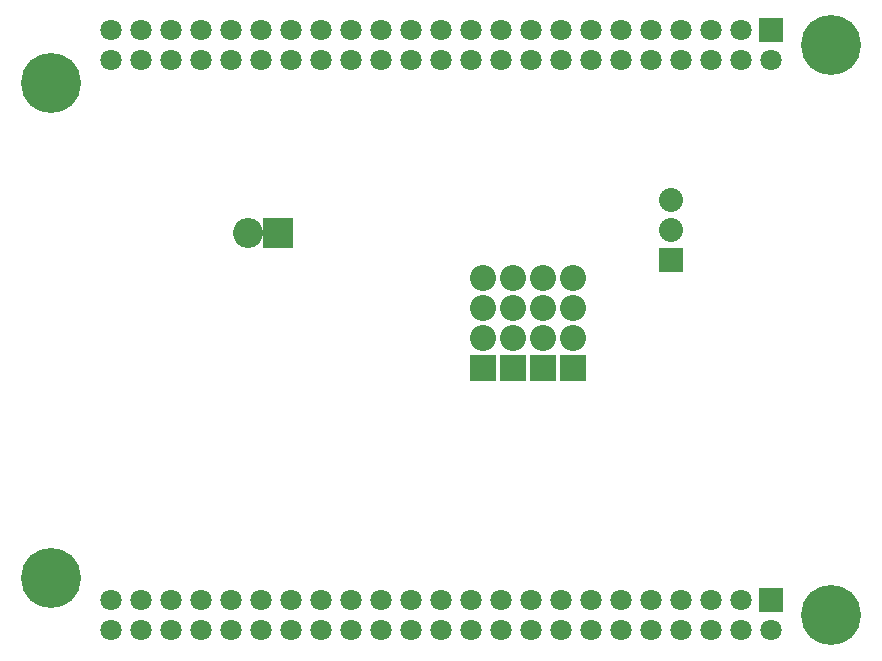
<source format=gbr>
G04 #@! TF.FileFunction,Soldermask,Bot*
%FSLAX46Y46*%
G04 Gerber Fmt 4.6, Leading zero omitted, Abs format (unit mm)*
G04 Created by KiCad (PCBNEW (after 2015-mar-04 BZR unknown)-product) date 6/8/2017 9:50:04 AM*
%MOMM*%
G01*
G04 APERTURE LIST*
%ADD10C,0.150000*%
%ADD11R,2.032000X2.032000*%
%ADD12C,2.032000*%
%ADD13C,5.080000*%
%ADD14R,2.159000X2.159000*%
%ADD15C,1.808480*%
%ADD16R,2.540000X2.540000*%
%ADD17O,2.540000X2.540000*%
%ADD18R,2.208000X2.208000*%
%ADD19O,2.208000X2.208000*%
G04 APERTURE END LIST*
D10*
D11*
X58166000Y-21336000D03*
D12*
X58166000Y-18796000D03*
X58166000Y-16256000D03*
D13*
X5715000Y-6350000D03*
X71755000Y-3175000D03*
X71755000Y-51435000D03*
X5715000Y-48260000D03*
D14*
X66675000Y-1905000D03*
D15*
X66675000Y-4445000D03*
X64135000Y-1905000D03*
X64135000Y-4445000D03*
X61595000Y-1905000D03*
X61595000Y-4445000D03*
X59055000Y-1905000D03*
X59055000Y-4445000D03*
X56515000Y-1905000D03*
X56515000Y-4445000D03*
X53975000Y-1905000D03*
X53975000Y-4445000D03*
X51435000Y-1905000D03*
X51435000Y-4445000D03*
X48895000Y-1905000D03*
X48895000Y-4445000D03*
X46355000Y-1905000D03*
X46355000Y-4445000D03*
X43815000Y-1905000D03*
X43815000Y-4445000D03*
X41275000Y-1905000D03*
X41275000Y-4445000D03*
X38735000Y-1905000D03*
X38735000Y-4445000D03*
X36195000Y-1905000D03*
X36195000Y-4445000D03*
X33655000Y-1905000D03*
X33655000Y-4445000D03*
X31115000Y-1905000D03*
X31115000Y-4445000D03*
X28575000Y-1905000D03*
X28575000Y-4445000D03*
X26035000Y-1905000D03*
X26035000Y-4445000D03*
X23495000Y-1905000D03*
X23495000Y-4445000D03*
X20955000Y-1905000D03*
X20955000Y-4445000D03*
X18415000Y-1905000D03*
X18415000Y-4445000D03*
X15875000Y-1905000D03*
X15875000Y-4445000D03*
X13335000Y-1905000D03*
X13335000Y-4445000D03*
X10795000Y-1905000D03*
X10795000Y-4445000D03*
D14*
X66675000Y-50165000D03*
D15*
X66675000Y-52705000D03*
X64135000Y-50165000D03*
X64135000Y-52705000D03*
X61595000Y-50165000D03*
X61595000Y-52705000D03*
X59055000Y-50165000D03*
X59055000Y-52705000D03*
X56515000Y-50165000D03*
X56515000Y-52705000D03*
X53975000Y-50165000D03*
X53975000Y-52705000D03*
X51435000Y-50165000D03*
X51435000Y-52705000D03*
X48895000Y-50165000D03*
X48895000Y-52705000D03*
X46355000Y-50165000D03*
X46355000Y-52705000D03*
X43815000Y-50165000D03*
X43815000Y-52705000D03*
X41275000Y-50165000D03*
X41275000Y-52705000D03*
X38735000Y-50165000D03*
X38735000Y-52705000D03*
X36195000Y-50165000D03*
X36195000Y-52705000D03*
X33655000Y-50165000D03*
X33655000Y-52705000D03*
X31115000Y-50165000D03*
X31115000Y-52705000D03*
X28575000Y-50165000D03*
X28575000Y-52705000D03*
X26035000Y-50165000D03*
X26035000Y-52705000D03*
X23495000Y-50165000D03*
X23495000Y-52705000D03*
X20955000Y-50165000D03*
X20955000Y-52705000D03*
X18415000Y-50165000D03*
X18415000Y-52705000D03*
X15875000Y-50165000D03*
X15875000Y-52705000D03*
X13335000Y-50165000D03*
X13335000Y-52705000D03*
X10795000Y-50165000D03*
X10795000Y-52705000D03*
D16*
X24892000Y-19050000D03*
D17*
X22352000Y-19050000D03*
D18*
X49911000Y-30480000D03*
D19*
X49911000Y-27940000D03*
X49911000Y-25400000D03*
X49911000Y-22860000D03*
D18*
X47371000Y-30480000D03*
D19*
X47371000Y-27940000D03*
X47371000Y-25400000D03*
X47371000Y-22860000D03*
D18*
X44831000Y-30480000D03*
D19*
X44831000Y-27940000D03*
X44831000Y-25400000D03*
X44831000Y-22860000D03*
D18*
X42291000Y-30480000D03*
D19*
X42291000Y-27940000D03*
X42291000Y-25400000D03*
X42291000Y-22860000D03*
M02*

</source>
